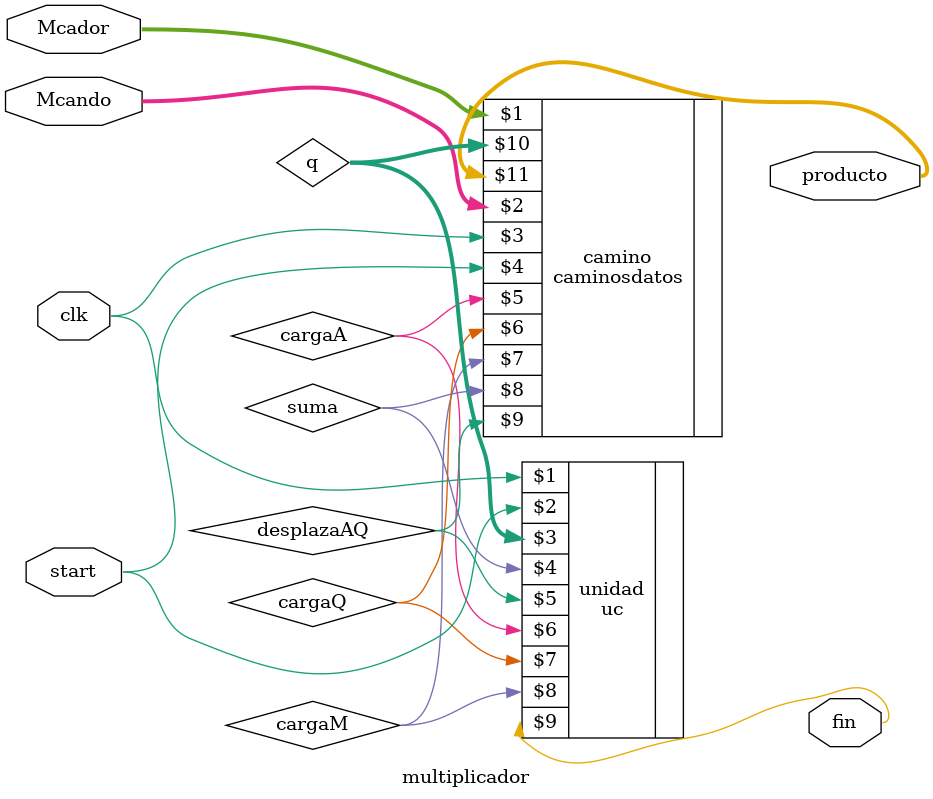
<source format=v>
`timescale 1 ns / 10 ps
module multiplicador (input wire [2:0] Mcando, Mcador, input wire clk, start, output wire [5:0] producto, output wire fin);
  //Cables de interconexión
  wire cargaA, cargaQ, cargaM, suma, desplazaAQ;
  wire [1:0] q;

  //Camino de datos
  caminosdatos camino(Mcador, Mcando, clk, start, cargaA, cargaQ, cargaM, suma, desplazaAQ, q, producto);
  
  //Unidad de Control
  uc unidad(clk, start, q, suma, desplazaAQ, cargaA, cargaQ, cargaM, fin);
endmodule
</source>
